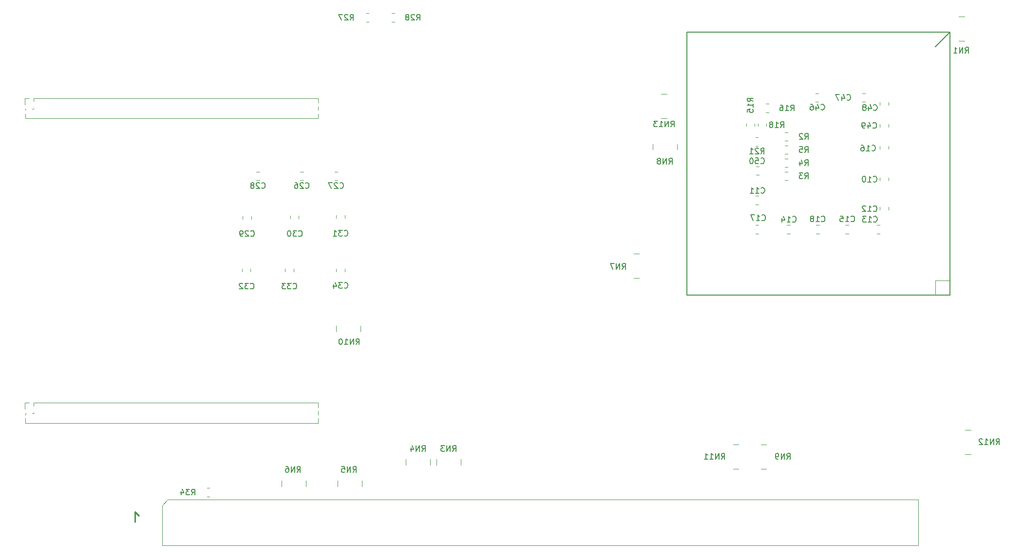
<source format=gbr>
G04 #@! TF.GenerationSoftware,KiCad,Pcbnew,(5.1.10-1-10_14)*
G04 #@! TF.CreationDate,2021-08-09T19:17:03+02:00*
G04 #@! TF.ProjectId,A3660_shanshe_mod2,41333636-305f-4736-9861-6e7368655f6d,rev?*
G04 #@! TF.SameCoordinates,Original*
G04 #@! TF.FileFunction,Legend,Bot*
G04 #@! TF.FilePolarity,Positive*
%FSLAX46Y46*%
G04 Gerber Fmt 4.6, Leading zero omitted, Abs format (unit mm)*
G04 Created by KiCad (PCBNEW (5.1.10-1-10_14)) date 2021-08-09 19:17:03*
%MOMM*%
%LPD*%
G01*
G04 APERTURE LIST*
%ADD10C,0.120000*%
%ADD11C,0.222000*%
%ADD12C,0.200000*%
%ADD13C,0.150000*%
G04 APERTURE END LIST*
D10*
X238760000Y-75819000D02*
X238760000Y-78359000D01*
X241300000Y-75819000D02*
X238760000Y-75819000D01*
D11*
X100338000Y-116697200D02*
X99671300Y-116030600D01*
X99671300Y-116030600D02*
X99671300Y-117808400D01*
D12*
X241325000Y-32600900D02*
X238785000Y-35140900D01*
X241325000Y-78320900D02*
X241325000Y-32600900D01*
X195605000Y-78320900D02*
X241325000Y-78320900D01*
X195605000Y-32600900D02*
X195605000Y-78320900D01*
X241325000Y-32600900D02*
X195605000Y-32600900D01*
D10*
X229135000Y-57968248D02*
X229135000Y-58490752D01*
X230605000Y-57968248D02*
X230605000Y-58490752D01*
X80503000Y-44126500D02*
X80503000Y-45256500D01*
X81263000Y-44126500D02*
X80503000Y-44126500D01*
X80568000Y-46834030D02*
X80568000Y-47656500D01*
X80568000Y-46016500D02*
X80568000Y-46218970D01*
X80699529Y-46016500D02*
X80568000Y-46016500D01*
X81969529Y-46016500D02*
X81826471Y-46016500D01*
X82023000Y-45819971D02*
X82023000Y-45963029D01*
X82023000Y-44126500D02*
X82023000Y-44693029D01*
X80568000Y-47656500D02*
X131488000Y-47656500D01*
X82023000Y-44126500D02*
X131488000Y-44126500D01*
X131488000Y-45564030D02*
X131488000Y-46218970D01*
X131488000Y-46834030D02*
X131488000Y-47656500D01*
X131488000Y-44126500D02*
X131488000Y-44948970D01*
X80503000Y-97063000D02*
X80503000Y-98193000D01*
X81263000Y-97063000D02*
X80503000Y-97063000D01*
X80568000Y-99770530D02*
X80568000Y-100593000D01*
X80568000Y-98953000D02*
X80568000Y-99155470D01*
X80699529Y-98953000D02*
X80568000Y-98953000D01*
X81969529Y-98953000D02*
X81826471Y-98953000D01*
X82023000Y-98756471D02*
X82023000Y-98899529D01*
X82023000Y-97063000D02*
X82023000Y-97629529D01*
X80568000Y-100593000D02*
X131488000Y-100593000D01*
X82023000Y-97063000D02*
X131488000Y-97063000D01*
X131488000Y-98500530D02*
X131488000Y-99155470D01*
X131488000Y-99770530D02*
X131488000Y-100593000D01*
X131488000Y-97063000D02*
X131488000Y-97885470D01*
X209415000Y-108546000D02*
X208415000Y-108546000D01*
X209415000Y-104306000D02*
X208415000Y-104306000D01*
X118264000Y-74323752D02*
X118264000Y-73801248D01*
X119734000Y-74323752D02*
X119734000Y-73801248D01*
X134865000Y-110609000D02*
X134865000Y-111609000D01*
X139105000Y-110609000D02*
X139105000Y-111609000D01*
X129374000Y-110609000D02*
X129374000Y-111609000D01*
X125134000Y-110609000D02*
X125134000Y-111609000D01*
X105369000Y-113949500D02*
X104369000Y-114949500D01*
X104369000Y-114949500D02*
X104369000Y-121864500D01*
X104369000Y-121864500D02*
X235839000Y-121864500D01*
X235839000Y-121864500D02*
X235839000Y-113949500D01*
X235839000Y-113949500D02*
X105369000Y-113949500D01*
X244931000Y-106006000D02*
X243931000Y-106006000D01*
X244931000Y-101766000D02*
X243931000Y-101766000D01*
X203589000Y-108546000D02*
X204589000Y-108546000D01*
X203589000Y-104306000D02*
X204589000Y-104306000D01*
X193890000Y-53078000D02*
X193890000Y-52078000D01*
X189650000Y-53078000D02*
X189650000Y-52078000D01*
X242832000Y-29884000D02*
X243832000Y-29884000D01*
X242832000Y-34124000D02*
X243832000Y-34124000D01*
X187317000Y-71159000D02*
X186317000Y-71159000D01*
X187317000Y-75399000D02*
X186317000Y-75399000D01*
X230605000Y-44802248D02*
X230605000Y-45324752D01*
X229135000Y-44802248D02*
X229135000Y-45324752D01*
X212624936Y-58393000D02*
X213079064Y-58393000D01*
X212624936Y-56923000D02*
X213079064Y-56923000D01*
X212640936Y-56107000D02*
X213095064Y-56107000D01*
X212640936Y-54637000D02*
X213095064Y-54637000D01*
X212640936Y-52351000D02*
X213095064Y-52351000D01*
X212640936Y-53821000D02*
X213095064Y-53821000D01*
X112622064Y-113384000D02*
X112167936Y-113384000D01*
X112622064Y-111914000D02*
X112167936Y-111914000D01*
X138899000Y-84701000D02*
X138899000Y-83701000D01*
X134659000Y-84701000D02*
X134659000Y-83701000D01*
X192132000Y-47582000D02*
X191132000Y-47582000D01*
X192132000Y-43342000D02*
X191132000Y-43342000D01*
X152058000Y-106863000D02*
X152058000Y-107863000D01*
X156298000Y-106863000D02*
X156298000Y-107863000D01*
X150964000Y-106863000D02*
X150964000Y-107863000D01*
X146724000Y-106863000D02*
X146724000Y-107863000D01*
X229135000Y-49156252D02*
X229135000Y-48633748D01*
X230605000Y-49156252D02*
X230605000Y-48633748D01*
X212624936Y-50065000D02*
X213079064Y-50065000D01*
X212624936Y-51535000D02*
X213079064Y-51535000D01*
X128389748Y-56923000D02*
X128912252Y-56923000D01*
X128389748Y-58393000D02*
X128912252Y-58393000D01*
X134358748Y-56923000D02*
X134881252Y-56923000D01*
X134358748Y-58393000D02*
X134881252Y-58393000D01*
X120769748Y-58393000D02*
X121292252Y-58393000D01*
X120769748Y-56923000D02*
X121292252Y-56923000D01*
X118391000Y-64614248D02*
X118391000Y-65136752D01*
X119861000Y-64614248D02*
X119861000Y-65136752D01*
X128116000Y-64508748D02*
X128116000Y-65031252D01*
X126646000Y-64508748D02*
X126646000Y-65031252D01*
X134647000Y-64487248D02*
X134647000Y-65009752D01*
X136117000Y-64487248D02*
X136117000Y-65009752D01*
X127227000Y-74280752D02*
X127227000Y-73758248D01*
X125757000Y-74280752D02*
X125757000Y-73758248D01*
X229115252Y-67664000D02*
X228592748Y-67664000D01*
X229115252Y-66194000D02*
X228592748Y-66194000D01*
X212971748Y-67664000D02*
X213494252Y-67664000D01*
X212971748Y-66194000D02*
X213494252Y-66194000D01*
X218051748Y-67664000D02*
X218574252Y-67664000D01*
X218051748Y-66194000D02*
X218574252Y-66194000D01*
X223131748Y-66194000D02*
X223654252Y-66194000D01*
X223131748Y-67664000D02*
X223654252Y-67664000D01*
X229135000Y-52443748D02*
X229135000Y-52966252D01*
X230605000Y-52443748D02*
X230605000Y-52966252D01*
X207532748Y-66194000D02*
X208055252Y-66194000D01*
X207532748Y-67664000D02*
X208055252Y-67664000D01*
X230605000Y-63048248D02*
X230605000Y-63570752D01*
X229135000Y-63048248D02*
X229135000Y-63570752D01*
X207510748Y-62584000D02*
X208033252Y-62584000D01*
X207510748Y-61114000D02*
X208033252Y-61114000D01*
X217946748Y-44740500D02*
X218469252Y-44740500D01*
X217946748Y-43270500D02*
X218469252Y-43270500D01*
X226575252Y-44740500D02*
X226052748Y-44740500D01*
X226575252Y-43270500D02*
X226052748Y-43270500D01*
X207574248Y-57440500D02*
X208096752Y-57440500D01*
X207574248Y-55970500D02*
X208096752Y-55970500D01*
X140308064Y-30834000D02*
X139853936Y-30834000D01*
X140308064Y-29364000D02*
X139853936Y-29364000D01*
X144298936Y-30834000D02*
X144753064Y-30834000D01*
X144298936Y-29364000D02*
X144753064Y-29364000D01*
X207364000Y-48540936D02*
X207364000Y-48995064D01*
X205894000Y-48540936D02*
X205894000Y-48995064D01*
X209322936Y-46582000D02*
X209777064Y-46582000D01*
X209322936Y-45112000D02*
X209777064Y-45112000D01*
X209396000Y-48540936D02*
X209396000Y-48995064D01*
X207926000Y-48540936D02*
X207926000Y-48995064D01*
X207528936Y-52424000D02*
X207983064Y-52424000D01*
X207528936Y-50954000D02*
X207983064Y-50954000D01*
X134647000Y-74302252D02*
X134647000Y-73779748D01*
X136117000Y-74302252D02*
X136117000Y-73779748D01*
D13*
X227972857Y-58586642D02*
X228020476Y-58634261D01*
X228163333Y-58681880D01*
X228258571Y-58681880D01*
X228401428Y-58634261D01*
X228496666Y-58539023D01*
X228544285Y-58443785D01*
X228591904Y-58253309D01*
X228591904Y-58110452D01*
X228544285Y-57919976D01*
X228496666Y-57824738D01*
X228401428Y-57729500D01*
X228258571Y-57681880D01*
X228163333Y-57681880D01*
X228020476Y-57729500D01*
X227972857Y-57777119D01*
X227020476Y-58681880D02*
X227591904Y-58681880D01*
X227306190Y-58681880D02*
X227306190Y-57681880D01*
X227401428Y-57824738D01*
X227496666Y-57919976D01*
X227591904Y-57967595D01*
X226401428Y-57681880D02*
X226306190Y-57681880D01*
X226210952Y-57729500D01*
X226163333Y-57777119D01*
X226115714Y-57872357D01*
X226068095Y-58062833D01*
X226068095Y-58300928D01*
X226115714Y-58491404D01*
X226163333Y-58586642D01*
X226210952Y-58634261D01*
X226306190Y-58681880D01*
X226401428Y-58681880D01*
X226496666Y-58634261D01*
X226544285Y-58586642D01*
X226591904Y-58491404D01*
X226639523Y-58300928D01*
X226639523Y-58062833D01*
X226591904Y-57872357D01*
X226544285Y-57777119D01*
X226496666Y-57729500D01*
X226401428Y-57681880D01*
X212970976Y-106878380D02*
X213304309Y-106402190D01*
X213542404Y-106878380D02*
X213542404Y-105878380D01*
X213161452Y-105878380D01*
X213066214Y-105926000D01*
X213018595Y-105973619D01*
X212970976Y-106068857D01*
X212970976Y-106211714D01*
X213018595Y-106306952D01*
X213066214Y-106354571D01*
X213161452Y-106402190D01*
X213542404Y-106402190D01*
X212542404Y-106878380D02*
X212542404Y-105878380D01*
X211970976Y-106878380D01*
X211970976Y-105878380D01*
X211447166Y-106878380D02*
X211256690Y-106878380D01*
X211161452Y-106830761D01*
X211113833Y-106783142D01*
X211018595Y-106640285D01*
X210970976Y-106449809D01*
X210970976Y-106068857D01*
X211018595Y-105973619D01*
X211066214Y-105926000D01*
X211161452Y-105878380D01*
X211351928Y-105878380D01*
X211447166Y-105926000D01*
X211494785Y-105973619D01*
X211542404Y-106068857D01*
X211542404Y-106306952D01*
X211494785Y-106402190D01*
X211447166Y-106449809D01*
X211351928Y-106497428D01*
X211161452Y-106497428D01*
X211066214Y-106449809D01*
X211018595Y-106402190D01*
X210970976Y-106306952D01*
X119705357Y-77192142D02*
X119752976Y-77239761D01*
X119895833Y-77287380D01*
X119991071Y-77287380D01*
X120133928Y-77239761D01*
X120229166Y-77144523D01*
X120276785Y-77049285D01*
X120324404Y-76858809D01*
X120324404Y-76715952D01*
X120276785Y-76525476D01*
X120229166Y-76430238D01*
X120133928Y-76335000D01*
X119991071Y-76287380D01*
X119895833Y-76287380D01*
X119752976Y-76335000D01*
X119705357Y-76382619D01*
X119372023Y-76287380D02*
X118752976Y-76287380D01*
X119086309Y-76668333D01*
X118943452Y-76668333D01*
X118848214Y-76715952D01*
X118800595Y-76763571D01*
X118752976Y-76858809D01*
X118752976Y-77096904D01*
X118800595Y-77192142D01*
X118848214Y-77239761D01*
X118943452Y-77287380D01*
X119229166Y-77287380D01*
X119324404Y-77239761D01*
X119372023Y-77192142D01*
X118372023Y-76382619D02*
X118324404Y-76335000D01*
X118229166Y-76287380D01*
X117991071Y-76287380D01*
X117895833Y-76335000D01*
X117848214Y-76382619D01*
X117800595Y-76477857D01*
X117800595Y-76573095D01*
X117848214Y-76715952D01*
X118419642Y-77287380D01*
X117800595Y-77287380D01*
X137548476Y-109148380D02*
X137881809Y-108672190D01*
X138119904Y-109148380D02*
X138119904Y-108148380D01*
X137738952Y-108148380D01*
X137643714Y-108196000D01*
X137596095Y-108243619D01*
X137548476Y-108338857D01*
X137548476Y-108481714D01*
X137596095Y-108576952D01*
X137643714Y-108624571D01*
X137738952Y-108672190D01*
X138119904Y-108672190D01*
X137119904Y-109148380D02*
X137119904Y-108148380D01*
X136548476Y-109148380D01*
X136548476Y-108148380D01*
X135596095Y-108148380D02*
X136072285Y-108148380D01*
X136119904Y-108624571D01*
X136072285Y-108576952D01*
X135977047Y-108529333D01*
X135738952Y-108529333D01*
X135643714Y-108576952D01*
X135596095Y-108624571D01*
X135548476Y-108719809D01*
X135548476Y-108957904D01*
X135596095Y-109053142D01*
X135643714Y-109100761D01*
X135738952Y-109148380D01*
X135977047Y-109148380D01*
X136072285Y-109100761D01*
X136119904Y-109053142D01*
X127817476Y-109148380D02*
X128150809Y-108672190D01*
X128388904Y-109148380D02*
X128388904Y-108148380D01*
X128007952Y-108148380D01*
X127912714Y-108196000D01*
X127865095Y-108243619D01*
X127817476Y-108338857D01*
X127817476Y-108481714D01*
X127865095Y-108576952D01*
X127912714Y-108624571D01*
X128007952Y-108672190D01*
X128388904Y-108672190D01*
X127388904Y-109148380D02*
X127388904Y-108148380D01*
X126817476Y-109148380D01*
X126817476Y-108148380D01*
X125912714Y-108148380D02*
X126103190Y-108148380D01*
X126198428Y-108196000D01*
X126246047Y-108243619D01*
X126341285Y-108386476D01*
X126388904Y-108576952D01*
X126388904Y-108957904D01*
X126341285Y-109053142D01*
X126293666Y-109100761D01*
X126198428Y-109148380D01*
X126007952Y-109148380D01*
X125912714Y-109100761D01*
X125865095Y-109053142D01*
X125817476Y-108957904D01*
X125817476Y-108719809D01*
X125865095Y-108624571D01*
X125912714Y-108576952D01*
X126007952Y-108529333D01*
X126198428Y-108529333D01*
X126293666Y-108576952D01*
X126341285Y-108624571D01*
X126388904Y-108719809D01*
X249324666Y-104338380D02*
X249658000Y-103862190D01*
X249896095Y-104338380D02*
X249896095Y-103338380D01*
X249515142Y-103338380D01*
X249419904Y-103386000D01*
X249372285Y-103433619D01*
X249324666Y-103528857D01*
X249324666Y-103671714D01*
X249372285Y-103766952D01*
X249419904Y-103814571D01*
X249515142Y-103862190D01*
X249896095Y-103862190D01*
X248896095Y-104338380D02*
X248896095Y-103338380D01*
X248324666Y-104338380D01*
X248324666Y-103338380D01*
X247324666Y-104338380D02*
X247896095Y-104338380D01*
X247610380Y-104338380D02*
X247610380Y-103338380D01*
X247705619Y-103481238D01*
X247800857Y-103576476D01*
X247896095Y-103624095D01*
X246943714Y-103433619D02*
X246896095Y-103386000D01*
X246800857Y-103338380D01*
X246562761Y-103338380D01*
X246467523Y-103386000D01*
X246419904Y-103433619D01*
X246372285Y-103528857D01*
X246372285Y-103624095D01*
X246419904Y-103766952D01*
X246991333Y-104338380D01*
X246372285Y-104338380D01*
X201572666Y-106878380D02*
X201906000Y-106402190D01*
X202144095Y-106878380D02*
X202144095Y-105878380D01*
X201763142Y-105878380D01*
X201667904Y-105926000D01*
X201620285Y-105973619D01*
X201572666Y-106068857D01*
X201572666Y-106211714D01*
X201620285Y-106306952D01*
X201667904Y-106354571D01*
X201763142Y-106402190D01*
X202144095Y-106402190D01*
X201144095Y-106878380D02*
X201144095Y-105878380D01*
X200572666Y-106878380D01*
X200572666Y-105878380D01*
X199572666Y-106878380D02*
X200144095Y-106878380D01*
X199858380Y-106878380D02*
X199858380Y-105878380D01*
X199953619Y-106021238D01*
X200048857Y-106116476D01*
X200144095Y-106164095D01*
X198620285Y-106878380D02*
X199191714Y-106878380D01*
X198906000Y-106878380D02*
X198906000Y-105878380D01*
X199001238Y-106021238D01*
X199096476Y-106116476D01*
X199191714Y-106164095D01*
X192460476Y-55570380D02*
X192793809Y-55094190D01*
X193031904Y-55570380D02*
X193031904Y-54570380D01*
X192650952Y-54570380D01*
X192555714Y-54618000D01*
X192508095Y-54665619D01*
X192460476Y-54760857D01*
X192460476Y-54903714D01*
X192508095Y-54998952D01*
X192555714Y-55046571D01*
X192650952Y-55094190D01*
X193031904Y-55094190D01*
X192031904Y-55570380D02*
X192031904Y-54570380D01*
X191460476Y-55570380D01*
X191460476Y-54570380D01*
X190841428Y-54998952D02*
X190936666Y-54951333D01*
X190984285Y-54903714D01*
X191031904Y-54808476D01*
X191031904Y-54760857D01*
X190984285Y-54665619D01*
X190936666Y-54618000D01*
X190841428Y-54570380D01*
X190650952Y-54570380D01*
X190555714Y-54618000D01*
X190508095Y-54665619D01*
X190460476Y-54760857D01*
X190460476Y-54808476D01*
X190508095Y-54903714D01*
X190555714Y-54951333D01*
X190650952Y-54998952D01*
X190841428Y-54998952D01*
X190936666Y-55046571D01*
X190984285Y-55094190D01*
X191031904Y-55189428D01*
X191031904Y-55379904D01*
X190984285Y-55475142D01*
X190936666Y-55522761D01*
X190841428Y-55570380D01*
X190650952Y-55570380D01*
X190555714Y-55522761D01*
X190508095Y-55475142D01*
X190460476Y-55379904D01*
X190460476Y-55189428D01*
X190508095Y-55094190D01*
X190555714Y-55046571D01*
X190650952Y-54998952D01*
X243958976Y-36266380D02*
X244292309Y-35790190D01*
X244530404Y-36266380D02*
X244530404Y-35266380D01*
X244149452Y-35266380D01*
X244054214Y-35314000D01*
X244006595Y-35361619D01*
X243958976Y-35456857D01*
X243958976Y-35599714D01*
X244006595Y-35694952D01*
X244054214Y-35742571D01*
X244149452Y-35790190D01*
X244530404Y-35790190D01*
X243530404Y-36266380D02*
X243530404Y-35266380D01*
X242958976Y-36266380D01*
X242958976Y-35266380D01*
X241958976Y-36266380D02*
X242530404Y-36266380D01*
X242244690Y-36266380D02*
X242244690Y-35266380D01*
X242339928Y-35409238D01*
X242435166Y-35504476D01*
X242530404Y-35552095D01*
X184332476Y-73858380D02*
X184665809Y-73382190D01*
X184903904Y-73858380D02*
X184903904Y-72858380D01*
X184522952Y-72858380D01*
X184427714Y-72906000D01*
X184380095Y-72953619D01*
X184332476Y-73048857D01*
X184332476Y-73191714D01*
X184380095Y-73286952D01*
X184427714Y-73334571D01*
X184522952Y-73382190D01*
X184903904Y-73382190D01*
X183903904Y-73858380D02*
X183903904Y-72858380D01*
X183332476Y-73858380D01*
X183332476Y-72858380D01*
X182951523Y-72858380D02*
X182284857Y-72858380D01*
X182713428Y-73858380D01*
X228036357Y-46140642D02*
X228083976Y-46188261D01*
X228226833Y-46235880D01*
X228322071Y-46235880D01*
X228464928Y-46188261D01*
X228560166Y-46093023D01*
X228607785Y-45997785D01*
X228655404Y-45807309D01*
X228655404Y-45664452D01*
X228607785Y-45473976D01*
X228560166Y-45378738D01*
X228464928Y-45283500D01*
X228322071Y-45235880D01*
X228226833Y-45235880D01*
X228083976Y-45283500D01*
X228036357Y-45331119D01*
X227179214Y-45569214D02*
X227179214Y-46235880D01*
X227417309Y-45188261D02*
X227655404Y-45902547D01*
X227036357Y-45902547D01*
X226512547Y-45664452D02*
X226607785Y-45616833D01*
X226655404Y-45569214D01*
X226703023Y-45473976D01*
X226703023Y-45426357D01*
X226655404Y-45331119D01*
X226607785Y-45283500D01*
X226512547Y-45235880D01*
X226322071Y-45235880D01*
X226226833Y-45283500D01*
X226179214Y-45331119D01*
X226131595Y-45426357D01*
X226131595Y-45473976D01*
X226179214Y-45569214D01*
X226226833Y-45616833D01*
X226322071Y-45664452D01*
X226512547Y-45664452D01*
X226607785Y-45712071D01*
X226655404Y-45759690D01*
X226703023Y-45854928D01*
X226703023Y-46045404D01*
X226655404Y-46140642D01*
X226607785Y-46188261D01*
X226512547Y-46235880D01*
X226322071Y-46235880D01*
X226226833Y-46188261D01*
X226179214Y-46140642D01*
X226131595Y-46045404D01*
X226131595Y-45854928D01*
X226179214Y-45759690D01*
X226226833Y-45712071D01*
X226322071Y-45664452D01*
X216066666Y-58110380D02*
X216400000Y-57634190D01*
X216638095Y-58110380D02*
X216638095Y-57110380D01*
X216257142Y-57110380D01*
X216161904Y-57158000D01*
X216114285Y-57205619D01*
X216066666Y-57300857D01*
X216066666Y-57443714D01*
X216114285Y-57538952D01*
X216161904Y-57586571D01*
X216257142Y-57634190D01*
X216638095Y-57634190D01*
X215733333Y-57110380D02*
X215114285Y-57110380D01*
X215447619Y-57491333D01*
X215304761Y-57491333D01*
X215209523Y-57538952D01*
X215161904Y-57586571D01*
X215114285Y-57681809D01*
X215114285Y-57919904D01*
X215161904Y-58015142D01*
X215209523Y-58062761D01*
X215304761Y-58110380D01*
X215590476Y-58110380D01*
X215685714Y-58062761D01*
X215733333Y-58015142D01*
X216066666Y-55824380D02*
X216400000Y-55348190D01*
X216638095Y-55824380D02*
X216638095Y-54824380D01*
X216257142Y-54824380D01*
X216161904Y-54872000D01*
X216114285Y-54919619D01*
X216066666Y-55014857D01*
X216066666Y-55157714D01*
X216114285Y-55252952D01*
X216161904Y-55300571D01*
X216257142Y-55348190D01*
X216638095Y-55348190D01*
X215209523Y-55157714D02*
X215209523Y-55824380D01*
X215447619Y-54776761D02*
X215685714Y-55491047D01*
X215066666Y-55491047D01*
X216066666Y-53538380D02*
X216400000Y-53062190D01*
X216638095Y-53538380D02*
X216638095Y-52538380D01*
X216257142Y-52538380D01*
X216161904Y-52586000D01*
X216114285Y-52633619D01*
X216066666Y-52728857D01*
X216066666Y-52871714D01*
X216114285Y-52966952D01*
X216161904Y-53014571D01*
X216257142Y-53062190D01*
X216638095Y-53062190D01*
X215161904Y-52538380D02*
X215638095Y-52538380D01*
X215685714Y-53014571D01*
X215638095Y-52966952D01*
X215542857Y-52919333D01*
X215304761Y-52919333D01*
X215209523Y-52966952D01*
X215161904Y-53014571D01*
X215114285Y-53109809D01*
X215114285Y-53347904D01*
X215161904Y-53443142D01*
X215209523Y-53490761D01*
X215304761Y-53538380D01*
X215542857Y-53538380D01*
X215638095Y-53490761D01*
X215685714Y-53443142D01*
X109481857Y-113101380D02*
X109815190Y-112625190D01*
X110053285Y-113101380D02*
X110053285Y-112101380D01*
X109672333Y-112101380D01*
X109577095Y-112149000D01*
X109529476Y-112196619D01*
X109481857Y-112291857D01*
X109481857Y-112434714D01*
X109529476Y-112529952D01*
X109577095Y-112577571D01*
X109672333Y-112625190D01*
X110053285Y-112625190D01*
X109148523Y-112101380D02*
X108529476Y-112101380D01*
X108862809Y-112482333D01*
X108719952Y-112482333D01*
X108624714Y-112529952D01*
X108577095Y-112577571D01*
X108529476Y-112672809D01*
X108529476Y-112910904D01*
X108577095Y-113006142D01*
X108624714Y-113053761D01*
X108719952Y-113101380D01*
X109005666Y-113101380D01*
X109100904Y-113053761D01*
X109148523Y-113006142D01*
X107672333Y-112434714D02*
X107672333Y-113101380D01*
X107910428Y-112053761D02*
X108148523Y-112768047D01*
X107529476Y-112768047D01*
X138072666Y-86939380D02*
X138406000Y-86463190D01*
X138644095Y-86939380D02*
X138644095Y-85939380D01*
X138263142Y-85939380D01*
X138167904Y-85987000D01*
X138120285Y-86034619D01*
X138072666Y-86129857D01*
X138072666Y-86272714D01*
X138120285Y-86367952D01*
X138167904Y-86415571D01*
X138263142Y-86463190D01*
X138644095Y-86463190D01*
X137644095Y-86939380D02*
X137644095Y-85939380D01*
X137072666Y-86939380D01*
X137072666Y-85939380D01*
X136072666Y-86939380D02*
X136644095Y-86939380D01*
X136358380Y-86939380D02*
X136358380Y-85939380D01*
X136453619Y-86082238D01*
X136548857Y-86177476D01*
X136644095Y-86225095D01*
X135453619Y-85939380D02*
X135358380Y-85939380D01*
X135263142Y-85987000D01*
X135215523Y-86034619D01*
X135167904Y-86129857D01*
X135120285Y-86320333D01*
X135120285Y-86558428D01*
X135167904Y-86748904D01*
X135215523Y-86844142D01*
X135263142Y-86891761D01*
X135358380Y-86939380D01*
X135453619Y-86939380D01*
X135548857Y-86891761D01*
X135596476Y-86844142D01*
X135644095Y-86748904D01*
X135691714Y-86558428D01*
X135691714Y-86320333D01*
X135644095Y-86129857D01*
X135596476Y-86034619D01*
X135548857Y-85987000D01*
X135453619Y-85939380D01*
X192798666Y-49093380D02*
X193132000Y-48617190D01*
X193370095Y-49093380D02*
X193370095Y-48093380D01*
X192989142Y-48093380D01*
X192893904Y-48141000D01*
X192846285Y-48188619D01*
X192798666Y-48283857D01*
X192798666Y-48426714D01*
X192846285Y-48521952D01*
X192893904Y-48569571D01*
X192989142Y-48617190D01*
X193370095Y-48617190D01*
X192370095Y-49093380D02*
X192370095Y-48093380D01*
X191798666Y-49093380D01*
X191798666Y-48093380D01*
X190798666Y-49093380D02*
X191370095Y-49093380D01*
X191084380Y-49093380D02*
X191084380Y-48093380D01*
X191179619Y-48236238D01*
X191274857Y-48331476D01*
X191370095Y-48379095D01*
X190465333Y-48093380D02*
X189846285Y-48093380D01*
X190179619Y-48474333D01*
X190036761Y-48474333D01*
X189941523Y-48521952D01*
X189893904Y-48569571D01*
X189846285Y-48664809D01*
X189846285Y-48902904D01*
X189893904Y-48998142D01*
X189941523Y-49045761D01*
X190036761Y-49093380D01*
X190322476Y-49093380D01*
X190417714Y-49045761D01*
X190465333Y-48998142D01*
X154868476Y-105529380D02*
X155201809Y-105053190D01*
X155439904Y-105529380D02*
X155439904Y-104529380D01*
X155058952Y-104529380D01*
X154963714Y-104577000D01*
X154916095Y-104624619D01*
X154868476Y-104719857D01*
X154868476Y-104862714D01*
X154916095Y-104957952D01*
X154963714Y-105005571D01*
X155058952Y-105053190D01*
X155439904Y-105053190D01*
X154439904Y-105529380D02*
X154439904Y-104529380D01*
X153868476Y-105529380D01*
X153868476Y-104529380D01*
X153487523Y-104529380D02*
X152868476Y-104529380D01*
X153201809Y-104910333D01*
X153058952Y-104910333D01*
X152963714Y-104957952D01*
X152916095Y-105005571D01*
X152868476Y-105100809D01*
X152868476Y-105338904D01*
X152916095Y-105434142D01*
X152963714Y-105481761D01*
X153058952Y-105529380D01*
X153344666Y-105529380D01*
X153439904Y-105481761D01*
X153487523Y-105434142D01*
X149534476Y-105529380D02*
X149867809Y-105053190D01*
X150105904Y-105529380D02*
X150105904Y-104529380D01*
X149724952Y-104529380D01*
X149629714Y-104577000D01*
X149582095Y-104624619D01*
X149534476Y-104719857D01*
X149534476Y-104862714D01*
X149582095Y-104957952D01*
X149629714Y-105005571D01*
X149724952Y-105053190D01*
X150105904Y-105053190D01*
X149105904Y-105529380D02*
X149105904Y-104529380D01*
X148534476Y-105529380D01*
X148534476Y-104529380D01*
X147629714Y-104862714D02*
X147629714Y-105529380D01*
X147867809Y-104481761D02*
X148105904Y-105196047D01*
X147486857Y-105196047D01*
X227909357Y-49252142D02*
X227956976Y-49299761D01*
X228099833Y-49347380D01*
X228195071Y-49347380D01*
X228337928Y-49299761D01*
X228433166Y-49204523D01*
X228480785Y-49109285D01*
X228528404Y-48918809D01*
X228528404Y-48775952D01*
X228480785Y-48585476D01*
X228433166Y-48490238D01*
X228337928Y-48395000D01*
X228195071Y-48347380D01*
X228099833Y-48347380D01*
X227956976Y-48395000D01*
X227909357Y-48442619D01*
X227052214Y-48680714D02*
X227052214Y-49347380D01*
X227290309Y-48299761D02*
X227528404Y-49014047D01*
X226909357Y-49014047D01*
X226480785Y-49347380D02*
X226290309Y-49347380D01*
X226195071Y-49299761D01*
X226147452Y-49252142D01*
X226052214Y-49109285D01*
X226004595Y-48918809D01*
X226004595Y-48537857D01*
X226052214Y-48442619D01*
X226099833Y-48395000D01*
X226195071Y-48347380D01*
X226385547Y-48347380D01*
X226480785Y-48395000D01*
X226528404Y-48442619D01*
X226576023Y-48537857D01*
X226576023Y-48775952D01*
X226528404Y-48871190D01*
X226480785Y-48918809D01*
X226385547Y-48966428D01*
X226195071Y-48966428D01*
X226099833Y-48918809D01*
X226052214Y-48871190D01*
X226004595Y-48775952D01*
X216066666Y-51252380D02*
X216400000Y-50776190D01*
X216638095Y-51252380D02*
X216638095Y-50252380D01*
X216257142Y-50252380D01*
X216161904Y-50300000D01*
X216114285Y-50347619D01*
X216066666Y-50442857D01*
X216066666Y-50585714D01*
X216114285Y-50680952D01*
X216161904Y-50728571D01*
X216257142Y-50776190D01*
X216638095Y-50776190D01*
X215685714Y-50347619D02*
X215638095Y-50300000D01*
X215542857Y-50252380D01*
X215304761Y-50252380D01*
X215209523Y-50300000D01*
X215161904Y-50347619D01*
X215114285Y-50442857D01*
X215114285Y-50538095D01*
X215161904Y-50680952D01*
X215733333Y-51252380D01*
X215114285Y-51252380D01*
X129293857Y-59695142D02*
X129341476Y-59742761D01*
X129484333Y-59790380D01*
X129579571Y-59790380D01*
X129722428Y-59742761D01*
X129817666Y-59647523D01*
X129865285Y-59552285D01*
X129912904Y-59361809D01*
X129912904Y-59218952D01*
X129865285Y-59028476D01*
X129817666Y-58933238D01*
X129722428Y-58838000D01*
X129579571Y-58790380D01*
X129484333Y-58790380D01*
X129341476Y-58838000D01*
X129293857Y-58885619D01*
X128912904Y-58885619D02*
X128865285Y-58838000D01*
X128770047Y-58790380D01*
X128531952Y-58790380D01*
X128436714Y-58838000D01*
X128389095Y-58885619D01*
X128341476Y-58980857D01*
X128341476Y-59076095D01*
X128389095Y-59218952D01*
X128960523Y-59790380D01*
X128341476Y-59790380D01*
X127484333Y-58790380D02*
X127674809Y-58790380D01*
X127770047Y-58838000D01*
X127817666Y-58885619D01*
X127912904Y-59028476D01*
X127960523Y-59218952D01*
X127960523Y-59599904D01*
X127912904Y-59695142D01*
X127865285Y-59742761D01*
X127770047Y-59790380D01*
X127579571Y-59790380D01*
X127484333Y-59742761D01*
X127436714Y-59695142D01*
X127389095Y-59599904D01*
X127389095Y-59361809D01*
X127436714Y-59266571D01*
X127484333Y-59218952D01*
X127579571Y-59171333D01*
X127770047Y-59171333D01*
X127865285Y-59218952D01*
X127912904Y-59266571D01*
X127960523Y-59361809D01*
X135262857Y-59695142D02*
X135310476Y-59742761D01*
X135453333Y-59790380D01*
X135548571Y-59790380D01*
X135691428Y-59742761D01*
X135786666Y-59647523D01*
X135834285Y-59552285D01*
X135881904Y-59361809D01*
X135881904Y-59218952D01*
X135834285Y-59028476D01*
X135786666Y-58933238D01*
X135691428Y-58838000D01*
X135548571Y-58790380D01*
X135453333Y-58790380D01*
X135310476Y-58838000D01*
X135262857Y-58885619D01*
X134881904Y-58885619D02*
X134834285Y-58838000D01*
X134739047Y-58790380D01*
X134500952Y-58790380D01*
X134405714Y-58838000D01*
X134358095Y-58885619D01*
X134310476Y-58980857D01*
X134310476Y-59076095D01*
X134358095Y-59218952D01*
X134929523Y-59790380D01*
X134310476Y-59790380D01*
X133977142Y-58790380D02*
X133310476Y-58790380D01*
X133739047Y-59790380D01*
X121673857Y-59695142D02*
X121721476Y-59742761D01*
X121864333Y-59790380D01*
X121959571Y-59790380D01*
X122102428Y-59742761D01*
X122197666Y-59647523D01*
X122245285Y-59552285D01*
X122292904Y-59361809D01*
X122292904Y-59218952D01*
X122245285Y-59028476D01*
X122197666Y-58933238D01*
X122102428Y-58838000D01*
X121959571Y-58790380D01*
X121864333Y-58790380D01*
X121721476Y-58838000D01*
X121673857Y-58885619D01*
X121292904Y-58885619D02*
X121245285Y-58838000D01*
X121150047Y-58790380D01*
X120911952Y-58790380D01*
X120816714Y-58838000D01*
X120769095Y-58885619D01*
X120721476Y-58980857D01*
X120721476Y-59076095D01*
X120769095Y-59218952D01*
X121340523Y-59790380D01*
X120721476Y-59790380D01*
X120150047Y-59218952D02*
X120245285Y-59171333D01*
X120292904Y-59123714D01*
X120340523Y-59028476D01*
X120340523Y-58980857D01*
X120292904Y-58885619D01*
X120245285Y-58838000D01*
X120150047Y-58790380D01*
X119959571Y-58790380D01*
X119864333Y-58838000D01*
X119816714Y-58885619D01*
X119769095Y-58980857D01*
X119769095Y-59028476D01*
X119816714Y-59123714D01*
X119864333Y-59171333D01*
X119959571Y-59218952D01*
X120150047Y-59218952D01*
X120245285Y-59266571D01*
X120292904Y-59314190D01*
X120340523Y-59409428D01*
X120340523Y-59599904D01*
X120292904Y-59695142D01*
X120245285Y-59742761D01*
X120150047Y-59790380D01*
X119959571Y-59790380D01*
X119864333Y-59742761D01*
X119816714Y-59695142D01*
X119769095Y-59599904D01*
X119769095Y-59409428D01*
X119816714Y-59314190D01*
X119864333Y-59266571D01*
X119959571Y-59218952D01*
X119768857Y-68048142D02*
X119816476Y-68095761D01*
X119959333Y-68143380D01*
X120054571Y-68143380D01*
X120197428Y-68095761D01*
X120292666Y-68000523D01*
X120340285Y-67905285D01*
X120387904Y-67714809D01*
X120387904Y-67571952D01*
X120340285Y-67381476D01*
X120292666Y-67286238D01*
X120197428Y-67191000D01*
X120054571Y-67143380D01*
X119959333Y-67143380D01*
X119816476Y-67191000D01*
X119768857Y-67238619D01*
X119387904Y-67238619D02*
X119340285Y-67191000D01*
X119245047Y-67143380D01*
X119006952Y-67143380D01*
X118911714Y-67191000D01*
X118864095Y-67238619D01*
X118816476Y-67333857D01*
X118816476Y-67429095D01*
X118864095Y-67571952D01*
X119435523Y-68143380D01*
X118816476Y-68143380D01*
X118340285Y-68143380D02*
X118149809Y-68143380D01*
X118054571Y-68095761D01*
X118006952Y-68048142D01*
X117911714Y-67905285D01*
X117864095Y-67714809D01*
X117864095Y-67333857D01*
X117911714Y-67238619D01*
X117959333Y-67191000D01*
X118054571Y-67143380D01*
X118245047Y-67143380D01*
X118340285Y-67191000D01*
X118387904Y-67238619D01*
X118435523Y-67333857D01*
X118435523Y-67571952D01*
X118387904Y-67667190D01*
X118340285Y-67714809D01*
X118245047Y-67762428D01*
X118054571Y-67762428D01*
X117959333Y-67714809D01*
X117911714Y-67667190D01*
X117864095Y-67571952D01*
X128087357Y-68048142D02*
X128134976Y-68095761D01*
X128277833Y-68143380D01*
X128373071Y-68143380D01*
X128515928Y-68095761D01*
X128611166Y-68000523D01*
X128658785Y-67905285D01*
X128706404Y-67714809D01*
X128706404Y-67571952D01*
X128658785Y-67381476D01*
X128611166Y-67286238D01*
X128515928Y-67191000D01*
X128373071Y-67143380D01*
X128277833Y-67143380D01*
X128134976Y-67191000D01*
X128087357Y-67238619D01*
X127754023Y-67143380D02*
X127134976Y-67143380D01*
X127468309Y-67524333D01*
X127325452Y-67524333D01*
X127230214Y-67571952D01*
X127182595Y-67619571D01*
X127134976Y-67714809D01*
X127134976Y-67952904D01*
X127182595Y-68048142D01*
X127230214Y-68095761D01*
X127325452Y-68143380D01*
X127611166Y-68143380D01*
X127706404Y-68095761D01*
X127754023Y-68048142D01*
X126515928Y-67143380D02*
X126420690Y-67143380D01*
X126325452Y-67191000D01*
X126277833Y-67238619D01*
X126230214Y-67333857D01*
X126182595Y-67524333D01*
X126182595Y-67762428D01*
X126230214Y-67952904D01*
X126277833Y-68048142D01*
X126325452Y-68095761D01*
X126420690Y-68143380D01*
X126515928Y-68143380D01*
X126611166Y-68095761D01*
X126658785Y-68048142D01*
X126706404Y-67952904D01*
X126754023Y-67762428D01*
X126754023Y-67524333D01*
X126706404Y-67333857D01*
X126658785Y-67238619D01*
X126611166Y-67191000D01*
X126515928Y-67143380D01*
X136024857Y-67984642D02*
X136072476Y-68032261D01*
X136215333Y-68079880D01*
X136310571Y-68079880D01*
X136453428Y-68032261D01*
X136548666Y-67937023D01*
X136596285Y-67841785D01*
X136643904Y-67651309D01*
X136643904Y-67508452D01*
X136596285Y-67317976D01*
X136548666Y-67222738D01*
X136453428Y-67127500D01*
X136310571Y-67079880D01*
X136215333Y-67079880D01*
X136072476Y-67127500D01*
X136024857Y-67175119D01*
X135691523Y-67079880D02*
X135072476Y-67079880D01*
X135405809Y-67460833D01*
X135262952Y-67460833D01*
X135167714Y-67508452D01*
X135120095Y-67556071D01*
X135072476Y-67651309D01*
X135072476Y-67889404D01*
X135120095Y-67984642D01*
X135167714Y-68032261D01*
X135262952Y-68079880D01*
X135548666Y-68079880D01*
X135643904Y-68032261D01*
X135691523Y-67984642D01*
X134120095Y-68079880D02*
X134691523Y-68079880D01*
X134405809Y-68079880D02*
X134405809Y-67079880D01*
X134501047Y-67222738D01*
X134596285Y-67317976D01*
X134691523Y-67365595D01*
X127134857Y-77192142D02*
X127182476Y-77239761D01*
X127325333Y-77287380D01*
X127420571Y-77287380D01*
X127563428Y-77239761D01*
X127658666Y-77144523D01*
X127706285Y-77049285D01*
X127753904Y-76858809D01*
X127753904Y-76715952D01*
X127706285Y-76525476D01*
X127658666Y-76430238D01*
X127563428Y-76335000D01*
X127420571Y-76287380D01*
X127325333Y-76287380D01*
X127182476Y-76335000D01*
X127134857Y-76382619D01*
X126801523Y-76287380D02*
X126182476Y-76287380D01*
X126515809Y-76668333D01*
X126372952Y-76668333D01*
X126277714Y-76715952D01*
X126230095Y-76763571D01*
X126182476Y-76858809D01*
X126182476Y-77096904D01*
X126230095Y-77192142D01*
X126277714Y-77239761D01*
X126372952Y-77287380D01*
X126658666Y-77287380D01*
X126753904Y-77239761D01*
X126801523Y-77192142D01*
X125849142Y-76287380D02*
X125230095Y-76287380D01*
X125563428Y-76668333D01*
X125420571Y-76668333D01*
X125325333Y-76715952D01*
X125277714Y-76763571D01*
X125230095Y-76858809D01*
X125230095Y-77096904D01*
X125277714Y-77192142D01*
X125325333Y-77239761D01*
X125420571Y-77287380D01*
X125706285Y-77287380D01*
X125801523Y-77239761D01*
X125849142Y-77192142D01*
X228036357Y-65571642D02*
X228083976Y-65619261D01*
X228226833Y-65666880D01*
X228322071Y-65666880D01*
X228464928Y-65619261D01*
X228560166Y-65524023D01*
X228607785Y-65428785D01*
X228655404Y-65238309D01*
X228655404Y-65095452D01*
X228607785Y-64904976D01*
X228560166Y-64809738D01*
X228464928Y-64714500D01*
X228322071Y-64666880D01*
X228226833Y-64666880D01*
X228083976Y-64714500D01*
X228036357Y-64762119D01*
X227083976Y-65666880D02*
X227655404Y-65666880D01*
X227369690Y-65666880D02*
X227369690Y-64666880D01*
X227464928Y-64809738D01*
X227560166Y-64904976D01*
X227655404Y-64952595D01*
X226750642Y-64666880D02*
X226131595Y-64666880D01*
X226464928Y-65047833D01*
X226322071Y-65047833D01*
X226226833Y-65095452D01*
X226179214Y-65143071D01*
X226131595Y-65238309D01*
X226131595Y-65476404D01*
X226179214Y-65571642D01*
X226226833Y-65619261D01*
X226322071Y-65666880D01*
X226607785Y-65666880D01*
X226703023Y-65619261D01*
X226750642Y-65571642D01*
X213939357Y-65571642D02*
X213986976Y-65619261D01*
X214129833Y-65666880D01*
X214225071Y-65666880D01*
X214367928Y-65619261D01*
X214463166Y-65524023D01*
X214510785Y-65428785D01*
X214558404Y-65238309D01*
X214558404Y-65095452D01*
X214510785Y-64904976D01*
X214463166Y-64809738D01*
X214367928Y-64714500D01*
X214225071Y-64666880D01*
X214129833Y-64666880D01*
X213986976Y-64714500D01*
X213939357Y-64762119D01*
X212986976Y-65666880D02*
X213558404Y-65666880D01*
X213272690Y-65666880D02*
X213272690Y-64666880D01*
X213367928Y-64809738D01*
X213463166Y-64904976D01*
X213558404Y-64952595D01*
X212129833Y-65000214D02*
X212129833Y-65666880D01*
X212367928Y-64619261D02*
X212606023Y-65333547D01*
X211986976Y-65333547D01*
X218955857Y-65508142D02*
X219003476Y-65555761D01*
X219146333Y-65603380D01*
X219241571Y-65603380D01*
X219384428Y-65555761D01*
X219479666Y-65460523D01*
X219527285Y-65365285D01*
X219574904Y-65174809D01*
X219574904Y-65031952D01*
X219527285Y-64841476D01*
X219479666Y-64746238D01*
X219384428Y-64651000D01*
X219241571Y-64603380D01*
X219146333Y-64603380D01*
X219003476Y-64651000D01*
X218955857Y-64698619D01*
X218003476Y-65603380D02*
X218574904Y-65603380D01*
X218289190Y-65603380D02*
X218289190Y-64603380D01*
X218384428Y-64746238D01*
X218479666Y-64841476D01*
X218574904Y-64889095D01*
X217432047Y-65031952D02*
X217527285Y-64984333D01*
X217574904Y-64936714D01*
X217622523Y-64841476D01*
X217622523Y-64793857D01*
X217574904Y-64698619D01*
X217527285Y-64651000D01*
X217432047Y-64603380D01*
X217241571Y-64603380D01*
X217146333Y-64651000D01*
X217098714Y-64698619D01*
X217051095Y-64793857D01*
X217051095Y-64841476D01*
X217098714Y-64936714D01*
X217146333Y-64984333D01*
X217241571Y-65031952D01*
X217432047Y-65031952D01*
X217527285Y-65079571D01*
X217574904Y-65127190D01*
X217622523Y-65222428D01*
X217622523Y-65412904D01*
X217574904Y-65508142D01*
X217527285Y-65555761D01*
X217432047Y-65603380D01*
X217241571Y-65603380D01*
X217146333Y-65555761D01*
X217098714Y-65508142D01*
X217051095Y-65412904D01*
X217051095Y-65222428D01*
X217098714Y-65127190D01*
X217146333Y-65079571D01*
X217241571Y-65031952D01*
X224099357Y-65508142D02*
X224146976Y-65555761D01*
X224289833Y-65603380D01*
X224385071Y-65603380D01*
X224527928Y-65555761D01*
X224623166Y-65460523D01*
X224670785Y-65365285D01*
X224718404Y-65174809D01*
X224718404Y-65031952D01*
X224670785Y-64841476D01*
X224623166Y-64746238D01*
X224527928Y-64651000D01*
X224385071Y-64603380D01*
X224289833Y-64603380D01*
X224146976Y-64651000D01*
X224099357Y-64698619D01*
X223146976Y-65603380D02*
X223718404Y-65603380D01*
X223432690Y-65603380D02*
X223432690Y-64603380D01*
X223527928Y-64746238D01*
X223623166Y-64841476D01*
X223718404Y-64889095D01*
X222242214Y-64603380D02*
X222718404Y-64603380D01*
X222766023Y-65079571D01*
X222718404Y-65031952D01*
X222623166Y-64984333D01*
X222385071Y-64984333D01*
X222289833Y-65031952D01*
X222242214Y-65079571D01*
X222194595Y-65174809D01*
X222194595Y-65412904D01*
X222242214Y-65508142D01*
X222289833Y-65555761D01*
X222385071Y-65603380D01*
X222623166Y-65603380D01*
X222718404Y-65555761D01*
X222766023Y-65508142D01*
X227718857Y-53189142D02*
X227766476Y-53236761D01*
X227909333Y-53284380D01*
X228004571Y-53284380D01*
X228147428Y-53236761D01*
X228242666Y-53141523D01*
X228290285Y-53046285D01*
X228337904Y-52855809D01*
X228337904Y-52712952D01*
X228290285Y-52522476D01*
X228242666Y-52427238D01*
X228147428Y-52332000D01*
X228004571Y-52284380D01*
X227909333Y-52284380D01*
X227766476Y-52332000D01*
X227718857Y-52379619D01*
X226766476Y-53284380D02*
X227337904Y-53284380D01*
X227052190Y-53284380D02*
X227052190Y-52284380D01*
X227147428Y-52427238D01*
X227242666Y-52522476D01*
X227337904Y-52570095D01*
X225909333Y-52284380D02*
X226099809Y-52284380D01*
X226195047Y-52332000D01*
X226242666Y-52379619D01*
X226337904Y-52522476D01*
X226385523Y-52712952D01*
X226385523Y-53093904D01*
X226337904Y-53189142D01*
X226290285Y-53236761D01*
X226195047Y-53284380D01*
X226004571Y-53284380D01*
X225909333Y-53236761D01*
X225861714Y-53189142D01*
X225814095Y-53093904D01*
X225814095Y-52855809D01*
X225861714Y-52760571D01*
X225909333Y-52712952D01*
X226004571Y-52665333D01*
X226195047Y-52665333D01*
X226290285Y-52712952D01*
X226337904Y-52760571D01*
X226385523Y-52855809D01*
X208605357Y-65317642D02*
X208652976Y-65365261D01*
X208795833Y-65412880D01*
X208891071Y-65412880D01*
X209033928Y-65365261D01*
X209129166Y-65270023D01*
X209176785Y-65174785D01*
X209224404Y-64984309D01*
X209224404Y-64841452D01*
X209176785Y-64650976D01*
X209129166Y-64555738D01*
X209033928Y-64460500D01*
X208891071Y-64412880D01*
X208795833Y-64412880D01*
X208652976Y-64460500D01*
X208605357Y-64508119D01*
X207652976Y-65412880D02*
X208224404Y-65412880D01*
X207938690Y-65412880D02*
X207938690Y-64412880D01*
X208033928Y-64555738D01*
X208129166Y-64650976D01*
X208224404Y-64698595D01*
X207319642Y-64412880D02*
X206652976Y-64412880D01*
X207081547Y-65412880D01*
X227972857Y-63730142D02*
X228020476Y-63777761D01*
X228163333Y-63825380D01*
X228258571Y-63825380D01*
X228401428Y-63777761D01*
X228496666Y-63682523D01*
X228544285Y-63587285D01*
X228591904Y-63396809D01*
X228591904Y-63253952D01*
X228544285Y-63063476D01*
X228496666Y-62968238D01*
X228401428Y-62873000D01*
X228258571Y-62825380D01*
X228163333Y-62825380D01*
X228020476Y-62873000D01*
X227972857Y-62920619D01*
X227020476Y-63825380D02*
X227591904Y-63825380D01*
X227306190Y-63825380D02*
X227306190Y-62825380D01*
X227401428Y-62968238D01*
X227496666Y-63063476D01*
X227591904Y-63111095D01*
X226639523Y-62920619D02*
X226591904Y-62873000D01*
X226496666Y-62825380D01*
X226258571Y-62825380D01*
X226163333Y-62873000D01*
X226115714Y-62920619D01*
X226068095Y-63015857D01*
X226068095Y-63111095D01*
X226115714Y-63253952D01*
X226687142Y-63825380D01*
X226068095Y-63825380D01*
X208478357Y-60555142D02*
X208525976Y-60602761D01*
X208668833Y-60650380D01*
X208764071Y-60650380D01*
X208906928Y-60602761D01*
X209002166Y-60507523D01*
X209049785Y-60412285D01*
X209097404Y-60221809D01*
X209097404Y-60078952D01*
X209049785Y-59888476D01*
X209002166Y-59793238D01*
X208906928Y-59698000D01*
X208764071Y-59650380D01*
X208668833Y-59650380D01*
X208525976Y-59698000D01*
X208478357Y-59745619D01*
X207525976Y-60650380D02*
X208097404Y-60650380D01*
X207811690Y-60650380D02*
X207811690Y-59650380D01*
X207906928Y-59793238D01*
X208002166Y-59888476D01*
X208097404Y-59936095D01*
X206573595Y-60650380D02*
X207145023Y-60650380D01*
X206859309Y-60650380D02*
X206859309Y-59650380D01*
X206954547Y-59793238D01*
X207049785Y-59888476D01*
X207145023Y-59936095D01*
X218892357Y-46077142D02*
X218939976Y-46124761D01*
X219082833Y-46172380D01*
X219178071Y-46172380D01*
X219320928Y-46124761D01*
X219416166Y-46029523D01*
X219463785Y-45934285D01*
X219511404Y-45743809D01*
X219511404Y-45600952D01*
X219463785Y-45410476D01*
X219416166Y-45315238D01*
X219320928Y-45220000D01*
X219178071Y-45172380D01*
X219082833Y-45172380D01*
X218939976Y-45220000D01*
X218892357Y-45267619D01*
X218035214Y-45505714D02*
X218035214Y-46172380D01*
X218273309Y-45124761D02*
X218511404Y-45839047D01*
X217892357Y-45839047D01*
X217082833Y-45172380D02*
X217273309Y-45172380D01*
X217368547Y-45220000D01*
X217416166Y-45267619D01*
X217511404Y-45410476D01*
X217559023Y-45600952D01*
X217559023Y-45981904D01*
X217511404Y-46077142D01*
X217463785Y-46124761D01*
X217368547Y-46172380D01*
X217178071Y-46172380D01*
X217082833Y-46124761D01*
X217035214Y-46077142D01*
X216987595Y-45981904D01*
X216987595Y-45743809D01*
X217035214Y-45648571D01*
X217082833Y-45600952D01*
X217178071Y-45553333D01*
X217368547Y-45553333D01*
X217463785Y-45600952D01*
X217511404Y-45648571D01*
X217559023Y-45743809D01*
X223400857Y-44362642D02*
X223448476Y-44410261D01*
X223591333Y-44457880D01*
X223686571Y-44457880D01*
X223829428Y-44410261D01*
X223924666Y-44315023D01*
X223972285Y-44219785D01*
X224019904Y-44029309D01*
X224019904Y-43886452D01*
X223972285Y-43695976D01*
X223924666Y-43600738D01*
X223829428Y-43505500D01*
X223686571Y-43457880D01*
X223591333Y-43457880D01*
X223448476Y-43505500D01*
X223400857Y-43553119D01*
X222543714Y-43791214D02*
X222543714Y-44457880D01*
X222781809Y-43410261D02*
X223019904Y-44124547D01*
X222400857Y-44124547D01*
X222115142Y-43457880D02*
X221448476Y-43457880D01*
X221877047Y-44457880D01*
X208414857Y-55411642D02*
X208462476Y-55459261D01*
X208605333Y-55506880D01*
X208700571Y-55506880D01*
X208843428Y-55459261D01*
X208938666Y-55364023D01*
X208986285Y-55268785D01*
X209033904Y-55078309D01*
X209033904Y-54935452D01*
X208986285Y-54744976D01*
X208938666Y-54649738D01*
X208843428Y-54554500D01*
X208700571Y-54506880D01*
X208605333Y-54506880D01*
X208462476Y-54554500D01*
X208414857Y-54602119D01*
X207510095Y-54506880D02*
X207986285Y-54506880D01*
X208033904Y-54983071D01*
X207986285Y-54935452D01*
X207891047Y-54887833D01*
X207652952Y-54887833D01*
X207557714Y-54935452D01*
X207510095Y-54983071D01*
X207462476Y-55078309D01*
X207462476Y-55316404D01*
X207510095Y-55411642D01*
X207557714Y-55459261D01*
X207652952Y-55506880D01*
X207891047Y-55506880D01*
X207986285Y-55459261D01*
X208033904Y-55411642D01*
X206843428Y-54506880D02*
X206748190Y-54506880D01*
X206652952Y-54554500D01*
X206605333Y-54602119D01*
X206557714Y-54697357D01*
X206510095Y-54887833D01*
X206510095Y-55125928D01*
X206557714Y-55316404D01*
X206605333Y-55411642D01*
X206652952Y-55459261D01*
X206748190Y-55506880D01*
X206843428Y-55506880D01*
X206938666Y-55459261D01*
X206986285Y-55411642D01*
X207033904Y-55316404D01*
X207081523Y-55125928D01*
X207081523Y-54887833D01*
X207033904Y-54697357D01*
X206986285Y-54602119D01*
X206938666Y-54554500D01*
X206843428Y-54506880D01*
X137040857Y-30551380D02*
X137374190Y-30075190D01*
X137612285Y-30551380D02*
X137612285Y-29551380D01*
X137231333Y-29551380D01*
X137136095Y-29599000D01*
X137088476Y-29646619D01*
X137040857Y-29741857D01*
X137040857Y-29884714D01*
X137088476Y-29979952D01*
X137136095Y-30027571D01*
X137231333Y-30075190D01*
X137612285Y-30075190D01*
X136659904Y-29646619D02*
X136612285Y-29599000D01*
X136517047Y-29551380D01*
X136278952Y-29551380D01*
X136183714Y-29599000D01*
X136136095Y-29646619D01*
X136088476Y-29741857D01*
X136088476Y-29837095D01*
X136136095Y-29979952D01*
X136707523Y-30551380D01*
X136088476Y-30551380D01*
X135755142Y-29551380D02*
X135088476Y-29551380D01*
X135517047Y-30551380D01*
X148597857Y-30551380D02*
X148931190Y-30075190D01*
X149169285Y-30551380D02*
X149169285Y-29551380D01*
X148788333Y-29551380D01*
X148693095Y-29599000D01*
X148645476Y-29646619D01*
X148597857Y-29741857D01*
X148597857Y-29884714D01*
X148645476Y-29979952D01*
X148693095Y-30027571D01*
X148788333Y-30075190D01*
X149169285Y-30075190D01*
X148216904Y-29646619D02*
X148169285Y-29599000D01*
X148074047Y-29551380D01*
X147835952Y-29551380D01*
X147740714Y-29599000D01*
X147693095Y-29646619D01*
X147645476Y-29741857D01*
X147645476Y-29837095D01*
X147693095Y-29979952D01*
X148264523Y-30551380D01*
X147645476Y-30551380D01*
X147074047Y-29979952D02*
X147169285Y-29932333D01*
X147216904Y-29884714D01*
X147264523Y-29789476D01*
X147264523Y-29741857D01*
X147216904Y-29646619D01*
X147169285Y-29599000D01*
X147074047Y-29551380D01*
X146883571Y-29551380D01*
X146788333Y-29599000D01*
X146740714Y-29646619D01*
X146693095Y-29741857D01*
X146693095Y-29789476D01*
X146740714Y-29884714D01*
X146788333Y-29932333D01*
X146883571Y-29979952D01*
X147074047Y-29979952D01*
X147169285Y-30027571D01*
X147216904Y-30075190D01*
X147264523Y-30170428D01*
X147264523Y-30360904D01*
X147216904Y-30456142D01*
X147169285Y-30503761D01*
X147074047Y-30551380D01*
X146883571Y-30551380D01*
X146788333Y-30503761D01*
X146740714Y-30456142D01*
X146693095Y-30360904D01*
X146693095Y-30170428D01*
X146740714Y-30075190D01*
X146788333Y-30027571D01*
X146883571Y-29979952D01*
X207081380Y-44696142D02*
X206605190Y-44362809D01*
X207081380Y-44124714D02*
X206081380Y-44124714D01*
X206081380Y-44505666D01*
X206129000Y-44600904D01*
X206176619Y-44648523D01*
X206271857Y-44696142D01*
X206414714Y-44696142D01*
X206509952Y-44648523D01*
X206557571Y-44600904D01*
X206605190Y-44505666D01*
X206605190Y-44124714D01*
X207081380Y-45648523D02*
X207081380Y-45077095D01*
X207081380Y-45362809D02*
X206081380Y-45362809D01*
X206224238Y-45267571D01*
X206319476Y-45172333D01*
X206367095Y-45077095D01*
X206081380Y-46553285D02*
X206081380Y-46077095D01*
X206557571Y-46029476D01*
X206509952Y-46077095D01*
X206462333Y-46172333D01*
X206462333Y-46410428D01*
X206509952Y-46505666D01*
X206557571Y-46553285D01*
X206652809Y-46600904D01*
X206890904Y-46600904D01*
X206986142Y-46553285D01*
X207033761Y-46505666D01*
X207081380Y-46410428D01*
X207081380Y-46172333D01*
X207033761Y-46077095D01*
X206986142Y-46029476D01*
X213621857Y-46299380D02*
X213955190Y-45823190D01*
X214193285Y-46299380D02*
X214193285Y-45299380D01*
X213812333Y-45299380D01*
X213717095Y-45347000D01*
X213669476Y-45394619D01*
X213621857Y-45489857D01*
X213621857Y-45632714D01*
X213669476Y-45727952D01*
X213717095Y-45775571D01*
X213812333Y-45823190D01*
X214193285Y-45823190D01*
X212669476Y-46299380D02*
X213240904Y-46299380D01*
X212955190Y-46299380D02*
X212955190Y-45299380D01*
X213050428Y-45442238D01*
X213145666Y-45537476D01*
X213240904Y-45585095D01*
X211812333Y-45299380D02*
X212002809Y-45299380D01*
X212098047Y-45347000D01*
X212145666Y-45394619D01*
X212240904Y-45537476D01*
X212288523Y-45727952D01*
X212288523Y-46108904D01*
X212240904Y-46204142D01*
X212193285Y-46251761D01*
X212098047Y-46299380D01*
X211907571Y-46299380D01*
X211812333Y-46251761D01*
X211764714Y-46204142D01*
X211717095Y-46108904D01*
X211717095Y-45870809D01*
X211764714Y-45775571D01*
X211812333Y-45727952D01*
X211907571Y-45680333D01*
X212098047Y-45680333D01*
X212193285Y-45727952D01*
X212240904Y-45775571D01*
X212288523Y-45870809D01*
X211843857Y-49220380D02*
X212177190Y-48744190D01*
X212415285Y-49220380D02*
X212415285Y-48220380D01*
X212034333Y-48220380D01*
X211939095Y-48268000D01*
X211891476Y-48315619D01*
X211843857Y-48410857D01*
X211843857Y-48553714D01*
X211891476Y-48648952D01*
X211939095Y-48696571D01*
X212034333Y-48744190D01*
X212415285Y-48744190D01*
X210891476Y-49220380D02*
X211462904Y-49220380D01*
X211177190Y-49220380D02*
X211177190Y-48220380D01*
X211272428Y-48363238D01*
X211367666Y-48458476D01*
X211462904Y-48506095D01*
X210320047Y-48648952D02*
X210415285Y-48601333D01*
X210462904Y-48553714D01*
X210510523Y-48458476D01*
X210510523Y-48410857D01*
X210462904Y-48315619D01*
X210415285Y-48268000D01*
X210320047Y-48220380D01*
X210129571Y-48220380D01*
X210034333Y-48268000D01*
X209986714Y-48315619D01*
X209939095Y-48410857D01*
X209939095Y-48458476D01*
X209986714Y-48553714D01*
X210034333Y-48601333D01*
X210129571Y-48648952D01*
X210320047Y-48648952D01*
X210415285Y-48696571D01*
X210462904Y-48744190D01*
X210510523Y-48839428D01*
X210510523Y-49029904D01*
X210462904Y-49125142D01*
X210415285Y-49172761D01*
X210320047Y-49220380D01*
X210129571Y-49220380D01*
X210034333Y-49172761D01*
X209986714Y-49125142D01*
X209939095Y-49029904D01*
X209939095Y-48839428D01*
X209986714Y-48744190D01*
X210034333Y-48696571D01*
X210129571Y-48648952D01*
X208414857Y-53792380D02*
X208748190Y-53316190D01*
X208986285Y-53792380D02*
X208986285Y-52792380D01*
X208605333Y-52792380D01*
X208510095Y-52840000D01*
X208462476Y-52887619D01*
X208414857Y-52982857D01*
X208414857Y-53125714D01*
X208462476Y-53220952D01*
X208510095Y-53268571D01*
X208605333Y-53316190D01*
X208986285Y-53316190D01*
X208033904Y-52887619D02*
X207986285Y-52840000D01*
X207891047Y-52792380D01*
X207652952Y-52792380D01*
X207557714Y-52840000D01*
X207510095Y-52887619D01*
X207462476Y-52982857D01*
X207462476Y-53078095D01*
X207510095Y-53220952D01*
X208081523Y-53792380D01*
X207462476Y-53792380D01*
X206510095Y-53792380D02*
X207081523Y-53792380D01*
X206795809Y-53792380D02*
X206795809Y-52792380D01*
X206891047Y-52935238D01*
X206986285Y-53030476D01*
X207081523Y-53078095D01*
X136024857Y-77065142D02*
X136072476Y-77112761D01*
X136215333Y-77160380D01*
X136310571Y-77160380D01*
X136453428Y-77112761D01*
X136548666Y-77017523D01*
X136596285Y-76922285D01*
X136643904Y-76731809D01*
X136643904Y-76588952D01*
X136596285Y-76398476D01*
X136548666Y-76303238D01*
X136453428Y-76208000D01*
X136310571Y-76160380D01*
X136215333Y-76160380D01*
X136072476Y-76208000D01*
X136024857Y-76255619D01*
X135691523Y-76160380D02*
X135072476Y-76160380D01*
X135405809Y-76541333D01*
X135262952Y-76541333D01*
X135167714Y-76588952D01*
X135120095Y-76636571D01*
X135072476Y-76731809D01*
X135072476Y-76969904D01*
X135120095Y-77065142D01*
X135167714Y-77112761D01*
X135262952Y-77160380D01*
X135548666Y-77160380D01*
X135643904Y-77112761D01*
X135691523Y-77065142D01*
X134215333Y-76493714D02*
X134215333Y-77160380D01*
X134453428Y-76112761D02*
X134691523Y-76827047D01*
X134072476Y-76827047D01*
M02*

</source>
